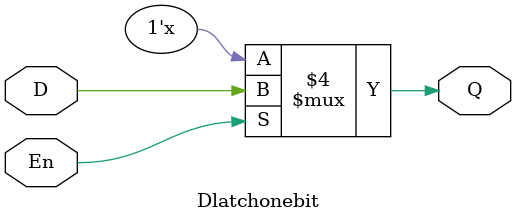
<source format=v>
module Dlatchonebit (D, En, Q);

 input D,En;
 
 output reg Q;

	always @(*)
	begin
		if (En == 1)
			Q = D;
	end
endmodule	

</source>
